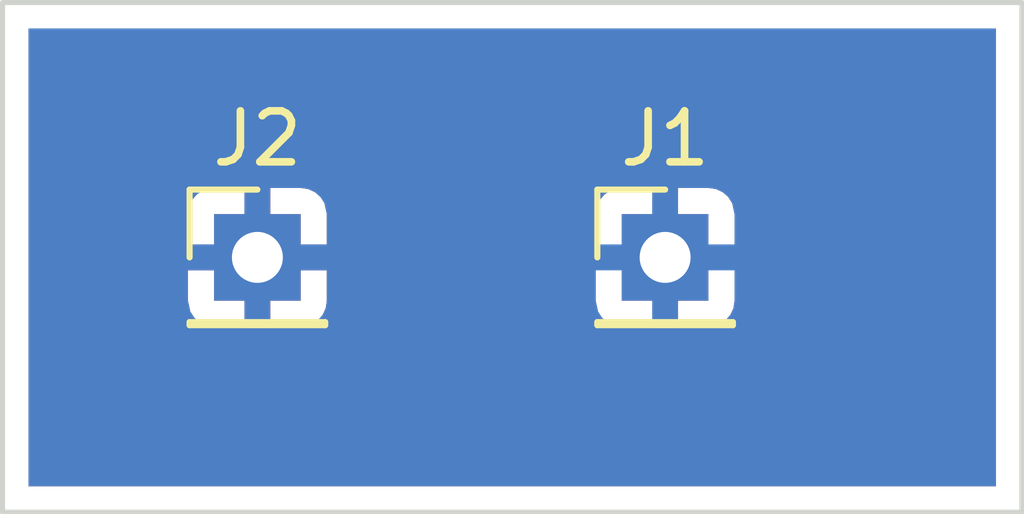
<source format=kicad_pcb>
(kicad_pcb (version 20200916) (generator pcbnew)

  (general
    (thickness 1.6)
  )

  (paper "A4")
  (layers
    (0 "F.Cu" signal)
    (31 "B.Cu" signal)
    (32 "B.Adhes" user)
    (33 "F.Adhes" user)
    (34 "B.Paste" user)
    (35 "F.Paste" user)
    (36 "B.SilkS" user)
    (37 "F.SilkS" user)
    (38 "B.Mask" user)
    (39 "F.Mask" user)
    (40 "Dwgs.User" user)
    (41 "Cmts.User" user)
    (42 "Eco1.User" user)
    (43 "Eco2.User" user)
    (44 "Edge.Cuts" user)
    (45 "Margin" user)
    (46 "B.CrtYd" user)
    (47 "F.CrtYd" user)
    (48 "B.Fab" user)
    (49 "F.Fab" user)
  )

  (setup
    (pcbplotparams
      (layerselection 0x010fc_ffffffff)
      (usegerberextensions false)
      (usegerberattributes true)
      (usegerberadvancedattributes true)
      (creategerberjobfile true)
      (svguseinch false)
      (svgprecision 6)
      (excludeedgelayer true)
      (linewidth 0.100000)
      (plotframeref false)
      (viasonmask false)
      (mode 1)
      (useauxorigin false)
      (hpglpennumber 1)
      (hpglpenspeed 20)
      (hpglpendiameter 15.000000)
      (psnegative false)
      (psa4output false)
      (plotreference true)
      (plotvalue true)
      (plotinvisibletext false)
      (sketchpadsonfab false)
      (subtractmaskfromsilk false)
      (outputformat 1)
      (mirror false)
      (drillshape 1)
      (scaleselection 1)
      (outputdirectory "")
    )
  )


  (net 0 "")
  (net 1 "A")
  (net 2 "B")

  (module "Connector_PinHeader_2.54mm:PinHeader_1x01_P2.54mm_Vertical" (layer "F.Cu") (tedit 59FED5CC) (tstamp 29726c99-8e0f-4994-acd9-20f8edd59f2f)
    (at 125 75)
    (descr "Through hole straight pin header, 1x01, 2.54mm pitch, single row")
    (tags "Through hole pin header THT 1x01 2.54mm single row")
    (property "Sheet file" "/home/alex/kicad-shorted-zone-test/kicad-shorted-zone-test/kicad-shorted-zone-test.kicad_sch")
    (property "Sheet name" "")
    (path "/6d3104a4-7acb-423a-9890-85f903110171")
    (attr through_hole)
    (fp_text reference "J2" (at 0 -2.33) (layer "F.SilkS")
      (effects (font (size 1 1) (thickness 0.15)))
      (tstamp 04b8f53b-0650-4e4e-b534-307b2478074b)
    )
    (fp_text value "Conn_01x01" (at 0 2.33) (layer "F.Fab")
      (effects (font (size 1 1) (thickness 0.15)))
      (tstamp 70cb3b58-866c-49c8-9663-797580d0ad3d)
    )
    (fp_text user "${REFERENCE}" (at 0 0 90) (layer "F.Fab")
      (effects (font (size 1 1) (thickness 0.15)))
      (tstamp 7933e25f-2e86-4ed0-9f12-510275b3fef7)
    )
    (fp_line (start -1.33 0) (end -1.33 -1.33) (layer "F.SilkS") (width 0.12) (tstamp 65ab38d8-9a4f-4b84-b94e-9178c6a18989))
    (fp_line (start -1.33 -1.33) (end 0 -1.33) (layer "F.SilkS") (width 0.12) (tstamp 865ea47c-6880-48b9-83a1-df5df3b15c7f))
    (fp_line (start -1.33 1.27) (end -1.33 1.33) (layer "F.SilkS") (width 0.12) (tstamp 8f6b1f49-9797-40af-953e-ed63e723e77c))
    (fp_line (start -1.33 1.27) (end 1.33 1.27) (layer "F.SilkS") (width 0.12) (tstamp 93faaa20-fa00-4e7e-b9e2-669d043d7374))
    (fp_line (start 1.33 1.27) (end 1.33 1.33) (layer "F.SilkS") (width 0.12) (tstamp a98bf551-ccaf-4cdc-978b-75a58b50d4e8))
    (fp_line (start -1.33 1.33) (end 1.33 1.33) (layer "F.SilkS") (width 0.12) (tstamp c6dcdb50-4040-422c-9a13-fa95da174da8))
    (fp_line (start 1.8 1.8) (end 1.8 -1.8) (layer "F.CrtYd") (width 0.05) (tstamp 0e5a77cb-4892-47ce-8ad3-dddce4b78dda))
    (fp_line (start 1.8 -1.8) (end -1.8 -1.8) (layer "F.CrtYd") (width 0.05) (tstamp 16ea1f69-eb6e-469e-a98b-85fbe6904dd6))
    (fp_line (start -1.8 1.8) (end 1.8 1.8) (layer "F.CrtYd") (width 0.05) (tstamp 395c6039-b4b3-42cc-a47b-33ed255d229c))
    (fp_line (start -1.8 -1.8) (end -1.8 1.8) (layer "F.CrtYd") (width 0.05) (tstamp 705d8972-9071-49e7-bb82-352b7baee711))
    (fp_line (start -1.27 -0.635) (end -0.635 -1.27) (layer "F.Fab") (width 0.1) (tstamp 2bf501b7-fd31-4ba7-a5fa-ab0bfd5d978c))
    (fp_line (start 1.27 -1.27) (end 1.27 1.27) (layer "F.Fab") (width 0.1) (tstamp 3473a68e-7ee9-4569-996a-6b85f135736f))
    (fp_line (start -0.635 -1.27) (end 1.27 -1.27) (layer "F.Fab") (width 0.1) (tstamp 394c4262-cdf7-4e40-b9c9-acff837628f6))
    (fp_line (start 1.27 1.27) (end -1.27 1.27) (layer "F.Fab") (width 0.1) (tstamp 9be0821f-53a7-4a6b-b20f-46cc43abb045))
    (fp_line (start -1.27 1.27) (end -1.27 -0.635) (layer "F.Fab") (width 0.1) (tstamp c88ccd7c-dfc0-4f18-94d3-436c0f1b7f10))
    (pad "1" thru_hole rect (at 0 0) (size 1.7 1.7) (drill 1) (layers *.Cu *.Mask)
      (net 2 "B") (pinfunction "Pin_1") (tstamp 39ddc8c5-658a-4354-adac-e784c48a1e49))
    (model "${KISYS3DMOD}/Connector_PinHeader_2.54mm.3dshapes/PinHeader_1x01_P2.54mm_Vertical.wrl"
      (offset (xyz 0 0 0))
      (scale (xyz 1 1 1))
      (rotate (xyz 0 0 0))
    )
  )

  (module "Connector_PinHeader_2.54mm:PinHeader_1x01_P2.54mm_Vertical" (layer "F.Cu") (tedit 59FED5CC) (tstamp 6b9198d5-ffb6-446c-9bd9-58087491bfdf)
    (at 133 75)
    (descr "Through hole straight pin header, 1x01, 2.54mm pitch, single row")
    (tags "Through hole pin header THT 1x01 2.54mm single row")
    (property "Sheet file" "/home/alex/kicad-shorted-zone-test/kicad-shorted-zone-test/kicad-shorted-zone-test.kicad_sch")
    (property "Sheet name" "")
    (path "/da07c2f2-9cfc-4123-b598-021ac8524413")
    (attr through_hole)
    (fp_text reference "J1" (at 0 -2.33) (layer "F.SilkS")
      (effects (font (size 1 1) (thickness 0.15)))
      (tstamp bd5dee96-9f3c-435b-9c0b-051e216e3ede)
    )
    (fp_text value "Conn_01x01" (at 0 2.33) (layer "F.Fab")
      (effects (font (size 1 1) (thickness 0.15)))
      (tstamp c4faab9a-5b64-4949-b7e8-4b8510c0c677)
    )
    (fp_text user "${REFERENCE}" (at 0 0 90) (layer "F.Fab")
      (effects (font (size 1 1) (thickness 0.15)))
      (tstamp d5a60db9-2741-4283-884b-91161528e798)
    )
    (fp_line (start -1.33 -1.33) (end 0 -1.33) (layer "F.SilkS") (width 0.12) (tstamp 07744fd1-8232-46fa-a8e1-aedbee408df7))
    (fp_line (start 1.33 1.27) (end 1.33 1.33) (layer "F.SilkS") (width 0.12) (tstamp 10ad763f-c0c7-4ddd-aea2-1aba53cb9f70))
    (fp_line (start -1.33 1.27) (end 1.33 1.27) (layer "F.SilkS") (width 0.12) (tstamp 2f68829f-c401-4cbe-88e5-3795a2a9ebf2))
    (fp_line (start -1.33 0) (end -1.33 -1.33) (layer "F.SilkS") (width 0.12) (tstamp 60eed028-d53e-4449-870a-dd0223dd2708))
    (fp_line (start -1.33 1.27) (end -1.33 1.33) (layer "F.SilkS") (width 0.12) (tstamp cc36fc52-529a-4bb6-b591-4a369c8a36eb))
    (fp_line (start -1.33 1.33) (end 1.33 1.33) (layer "F.SilkS") (width 0.12) (tstamp efe5303e-b972-43f3-bc48-7899b111a46c))
    (fp_line (start -1.8 1.8) (end 1.8 1.8) (layer "F.CrtYd") (width 0.05) (tstamp 404e8f9b-0d2f-483e-bfd6-bd8d62412459))
    (fp_line (start 1.8 -1.8) (end -1.8 -1.8) (layer "F.CrtYd") (width 0.05) (tstamp 70086051-bcbe-4955-ada4-bfa6ca8668cf))
    (fp_line (start 1.8 1.8) (end 1.8 -1.8) (layer "F.CrtYd") (width 0.05) (tstamp b01318f4-394d-420d-a0d3-724173857223))
    (fp_line (start -1.8 -1.8) (end -1.8 1.8) (layer "F.CrtYd") (width 0.05) (tstamp f1f5e747-2bbf-43cb-a6aa-7fa21fc6087b))
    (fp_line (start 1.27 -1.27) (end 1.27 1.27) (layer "F.Fab") (width 0.1) (tstamp 236bf148-c32f-4267-b326-420692e18708))
    (fp_line (start -1.27 1.27) (end -1.27 -0.635) (layer "F.Fab") (width 0.1) (tstamp 7773b789-8d8f-46fb-a762-26160e44999e))
    (fp_line (start 1.27 1.27) (end -1.27 1.27) (layer "F.Fab") (width 0.1) (tstamp bed4c854-9234-4ee7-8fb3-8f182e3eaaa2))
    (fp_line (start -0.635 -1.27) (end 1.27 -1.27) (layer "F.Fab") (width 0.1) (tstamp c40a4561-e42c-42c3-bc13-b6319a59b623))
    (fp_line (start -1.27 -0.635) (end -0.635 -1.27) (layer "F.Fab") (width 0.1) (tstamp ea95dced-49b6-44b6-984e-4c92327d4344))
    (pad "1" thru_hole rect (at 0 0) (size 1.7 1.7) (drill 1) (layers *.Cu *.Mask)
      (net 1 "A") (pinfunction "Pin_1") (tstamp df639234-11cd-4ef1-a107-9aef4bdb6632))
    (model "${KISYS3DMOD}/Connector_PinHeader_2.54mm.3dshapes/PinHeader_1x01_P2.54mm_Vertical.wrl"
      (offset (xyz 0 0 0))
      (scale (xyz 1 1 1))
      (rotate (xyz 0 0 0))
    )
  )

  (gr_rect (start 120 70) (end 140 80) (layer "Edge.Cuts") (width 0.1) (tstamp 39ee3aa0-8792-48bd-9c1d-4738549f4f8e))

  (zone (net 2) (net_name "B") (layers F&B.Cu) (tstamp 3afa8ea5-827c-4708-b518-e9bf7f8dd20e) (hatch edge 0.508)
    (connect_pads (clearance 0.508))
    (min_thickness 0.254) (filled_areas_thickness no)
    (fill yes (thermal_gap 0.508) (thermal_bridge_width 0.508))
    (polygon
      (pts
        (xy 140 80)
        (xy 120 80)
        (xy 120 70)
        (xy 140 70)
      )
    )
    (filled_polygon
      (layer F.Cu)
      (pts
        (xy 139.491501 79.4915)
        (xy 120.5085 79.4915)
        (xy 120.5085 75.254)
        (xy 123.637 75.254)
        (xy 123.637 75.850002)
        (xy 123.683358 76.063105)
        (xy 123.762301 76.185945)
        (xy 123.872651 76.281563)
        (xy 124.005474 76.34222)
        (xy 124.149997 76.363)
        (xy 124.746 76.363)
        (xy 124.746 75.254)
        (xy 125.254 75.254)
        (xy 125.254 76.363)
        (xy 125.850002 76.363)
        (xy 126.063105 76.316642)
        (xy 126.185945 76.237699)
        (xy 126.281563 76.127349)
        (xy 126.34222 75.994526)
        (xy 126.363 75.850003)
        (xy 126.363 75.254)
        (xy 125.254 75.254)
        (xy 124.746 75.254)
        (xy 123.637 75.254)
        (xy 120.5085 75.254)
        (xy 120.5085 74.149997)
        (xy 123.637 74.149997)
        (xy 123.637 74.746)
        (xy 124.746 74.746)
        (xy 124.746 73.637)
        (xy 125.254 73.637)
        (xy 125.254 74.746)
        (xy 126.363 74.746)
        (xy 126.363 74.149998)
        (xy 126.363 74.149997)
        (xy 131.637 74.149997)
        (xy 131.637 75.850002)
        (xy 131.66844 75.994529)
        (xy 131.683359 76.063108)
        (xy 131.7623 76.185944)
        (xy 131.872651 76.281563)
        (xy 132.005471 76.34222)
        (xy 132.077735 76.35261)
        (xy 132.149997 76.363)
        (xy 133.850002 76.363)
        (xy 134.063105 76.316642)
        (xy 134.063106 76.316641)
        (xy 134.063108 76.316641)
        (xy 134.185944 76.2377)
        (xy 134.281563 76.127349)
        (xy 134.34222 75.994529)
        (xy 134.363 75.85)
        (xy 134.363 74.149997)
        (xy 134.316642 73.936895)
        (xy 134.316641 73.936894)
        (xy 134.316641 73.936892)
        (xy 134.2377 73.814056)
        (xy 134.127349 73.718437)
        (xy 133.994529 73.65778)
        (xy 133.922264 73.64739)
        (xy 133.850003 73.637)
        (xy 132.149998 73.637)
        (xy 131.936895 73.683358)
        (xy 131.936894 73.683359)
        (xy 131.936892 73.683359)
        (xy 131.814056 73.7623)
        (xy 131.718437 73.872651)
        (xy 131.65778 74.005471)
        (xy 131.65778 74.005474)
        (xy 131.637 74.149997)
        (xy 126.363 74.149997)
        (xy 126.316642 73.936895)
        (xy 126.237699 73.814055)
        (xy 126.127349 73.718437)
        (xy 125.994526 73.65778)
        (xy 125.850003 73.637)
        (xy 125.254 73.637)
        (xy 124.746 73.637)
        (xy 124.149998 73.637)
        (xy 123.936895 73.683358)
        (xy 123.814055 73.762301)
        (xy 123.718437 73.872651)
        (xy 123.65778 74.005474)
        (xy 123.637 74.149997)
        (xy 120.5085 74.149997)
        (xy 120.5085 70.5085)
        (xy 139.4915 70.5085)
      )
    )
    (filled_polygon
      (layer B.Cu)
      (pts
        (xy 139.491501 79.4915)
        (xy 120.5085 79.4915)
        (xy 120.5085 75.254)
        (xy 123.637 75.254)
        (xy 123.637 75.850002)
        (xy 123.683358 76.063105)
        (xy 123.762301 76.185945)
        (xy 123.872651 76.281563)
        (xy 124.005474 76.34222)
        (xy 124.149997 76.363)
        (xy 124.746 76.363)
        (xy 124.746 75.254)
        (xy 125.254 75.254)
        (xy 125.254 76.363)
        (xy 125.850002 76.363)
        (xy 126.063105 76.316642)
        (xy 126.185945 76.237699)
        (xy 126.281563 76.127349)
        (xy 126.34222 75.994526)
        (xy 126.363 75.850003)
        (xy 126.363 75.254)
        (xy 125.254 75.254)
        (xy 124.746 75.254)
        (xy 123.637 75.254)
        (xy 120.5085 75.254)
        (xy 120.5085 74.149997)
        (xy 123.637 74.149997)
        (xy 123.637 74.746)
        (xy 124.746 74.746)
        (xy 124.746 73.637)
        (xy 125.254 73.637)
        (xy 125.254 74.746)
        (xy 126.363 74.746)
        (xy 126.363 74.149998)
        (xy 126.363 74.149997)
        (xy 131.637 74.149997)
        (xy 131.637 75.850002)
        (xy 131.66844 75.994529)
        (xy 131.683359 76.063108)
        (xy 131.7623 76.185944)
        (xy 131.872651 76.281563)
        (xy 132.005471 76.34222)
        (xy 132.077735 76.35261)
        (xy 132.149997 76.363)
        (xy 133.850002 76.363)
        (xy 134.063105 76.316642)
        (xy 134.063106 76.316641)
        (xy 134.063108 76.316641)
        (xy 134.185944 76.2377)
        (xy 134.281563 76.127349)
        (xy 134.34222 75.994529)
        (xy 134.363 75.85)
        (xy 134.363 74.149997)
        (xy 134.316642 73.936895)
        (xy 134.316641 73.936894)
        (xy 134.316641 73.936892)
        (xy 134.2377 73.814056)
        (xy 134.127349 73.718437)
        (xy 133.994529 73.65778)
        (xy 133.922264 73.64739)
        (xy 133.850003 73.637)
        (xy 132.149998 73.637)
        (xy 131.936895 73.683358)
        (xy 131.936894 73.683359)
        (xy 131.936892 73.683359)
        (xy 131.814056 73.7623)
        (xy 131.718437 73.872651)
        (xy 131.65778 74.005471)
        (xy 131.65778 74.005474)
        (xy 131.637 74.149997)
        (xy 126.363 74.149997)
        (xy 126.316642 73.936895)
        (xy 126.237699 73.814055)
        (xy 126.127349 73.718437)
        (xy 125.994526 73.65778)
        (xy 125.850003 73.637)
        (xy 125.254 73.637)
        (xy 124.746 73.637)
        (xy 124.149998 73.637)
        (xy 123.936895 73.683358)
        (xy 123.814055 73.762301)
        (xy 123.718437 73.872651)
        (xy 123.65778 74.005474)
        (xy 123.637 74.149997)
        (xy 120.5085 74.149997)
        (xy 120.5085 70.5085)
        (xy 139.4915 70.5085)
      )
    )
  )
  (zone (net 1) (net_name "A") (layer "B.Cu") (tstamp d349fea2-2e3a-456a-aad1-1fdfcae16bff) (hatch edge 0.508)
    (connect_pads (clearance 0.508))
    (min_thickness 0.254) (filled_areas_thickness no)
    (fill yes (thermal_gap 0.508) (thermal_bridge_width 0.508))
    (polygon
      (pts
        (xy 138 78)
        (xy 122 78)
        (xy 122 72)
        (xy 138 72)
      )
    )
    (filled_polygon
      (layer B.Cu)
      (pts
        (xy 138 78)
        (xy 122 78)
        (xy 122 74.149997)
        (xy 123.637 74.149997)
        (xy 123.637 75.850002)
        (xy 123.66844 75.994529)
        (xy 123.683359 76.063108)
        (xy 123.7623 76.185944)
        (xy 123.872651 76.281563)
        (xy 124.005471 76.34222)
        (xy 124.077735 76.35261)
        (xy 124.149997 76.363)
        (xy 125.850002 76.363)
        (xy 126.063105 76.316642)
        (xy 126.063106 76.316641)
        (xy 126.063108 76.316641)
        (xy 126.185944 76.2377)
        (xy 126.281563 76.127349)
        (xy 126.34222 75.994529)
        (xy 126.363 75.85)
        (xy 126.363 75.254)
        (xy 131.637 75.254)
        (xy 131.637 75.850002)
        (xy 131.683358 76.063105)
        (xy 131.762301 76.185945)
        (xy 131.872651 76.281563)
        (xy 132.005474 76.34222)
        (xy 132.149997 76.363)
        (xy 132.746 76.363)
        (xy 132.746 75.254)
        (xy 133.254 75.254)
        (xy 133.254 76.363)
        (xy 133.850002 76.363)
        (xy 134.063105 76.316642)
        (xy 134.185945 76.237699)
        (xy 134.281563 76.127349)
        (xy 134.34222 75.994526)
        (xy 134.363 75.850003)
        (xy 134.363 75.254)
        (xy 133.254 75.254)
        (xy 132.746 75.254)
        (xy 131.637 75.254)
        (xy 126.363 75.254)
        (xy 126.363 74.149997)
        (xy 131.637 74.149997)
        (xy 131.637 74.746)
        (xy 132.746 74.746)
        (xy 132.746 73.637)
        (xy 133.254 73.637)
        (xy 133.254 74.746)
        (xy 134.363 74.746)
        (xy 134.363 74.149998)
        (xy 134.316642 73.936895)
        (xy 134.237699 73.814055)
        (xy 134.127349 73.718437)
        (xy 133.994526 73.65778)
        (xy 133.850003 73.637)
        (xy 133.254 73.637)
        (xy 132.746 73.637)
        (xy 132.149998 73.637)
        (xy 131.936895 73.683358)
        (xy 131.814055 73.762301)
        (xy 131.718437 73.872651)
        (xy 131.65778 74.005474)
        (xy 131.637 74.149997)
        (xy 126.363 74.149997)
        (xy 126.316642 73.936895)
        (xy 126.316641 73.936894)
        (xy 126.316641 73.936892)
        (xy 126.2377 73.814056)
        (xy 126.127349 73.718437)
        (xy 125.994529 73.65778)
        (xy 125.922264 73.64739)
        (xy 125.850003 73.637)
        (xy 124.149998 73.637)
        (xy 123.936895 73.683358)
        (xy 123.936894 73.683359)
        (xy 123.936892 73.683359)
        (xy 123.814056 73.7623)
        (xy 123.718437 73.872651)
        (xy 123.65778 74.005471)
        (xy 123.65778 74.005474)
        (xy 123.637 74.149997)
        (xy 122 74.149997)
        (xy 122 72)
        (xy 138 72)
      )
    )
  )
)

</source>
